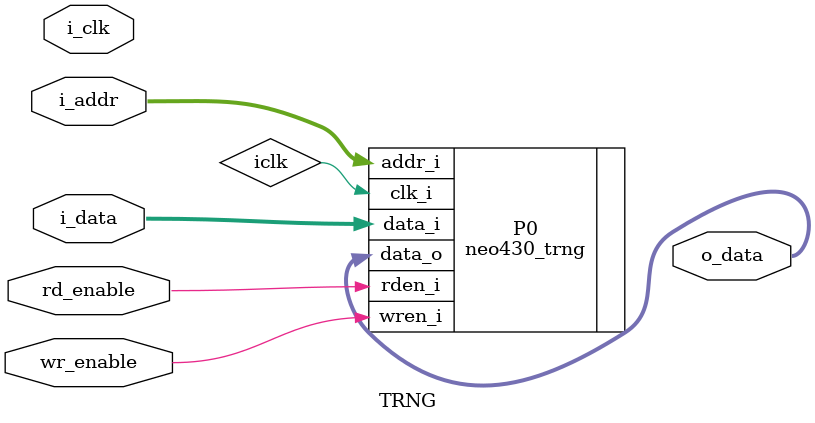
<source format=v>
module TRNG (
  input          i_clk,
  input          rd_enable,
  input          wr_enable,
  input   [15:0] i_addr,
  input   [15:0] i_data,
  output  [15:0] o_data
);

neo430_trng P0 (
  .clk_i(iclk),
  .rden_i(rd_enable),
  .wren_i(wr_enable),
  .addr_i(i_addr),
  .data_i(i_data),
  .data_o(o_data)
);

endmodule

</source>
